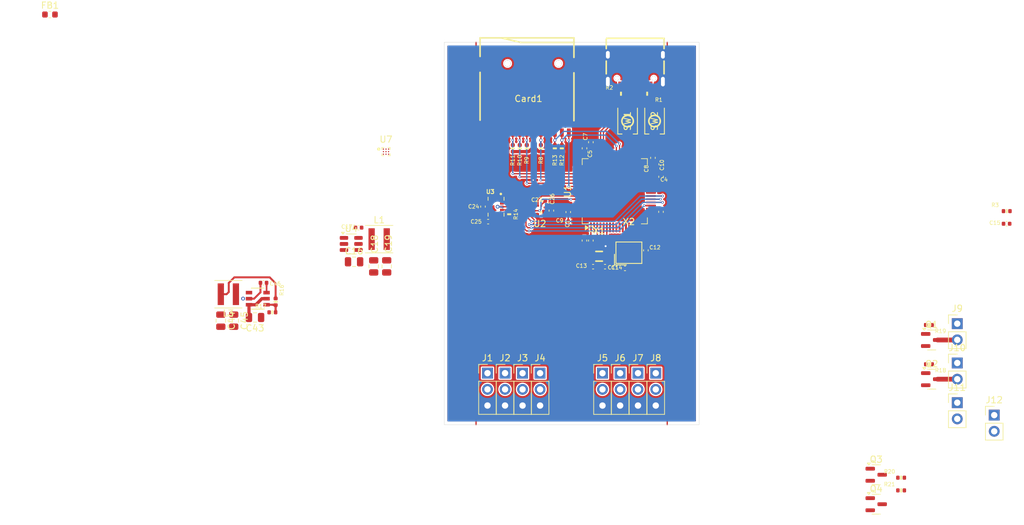
<source format=kicad_pcb>
(kicad_pcb (version 20241229) (generator "pcbnew") (generator_version "9.0")
  (layers (0 "F.Cu" signal) (4 "In1.Cu" signal) (6 "In2.Cu" signal) (2 "B.Cu" signal) (13 "F.Paste" user) (15 "B.Paste" user) (5 "F.SilkS" user "F.Silkscreen") (7 "B.SilkS" user "B.Silkscreen") (1 "F.Mask" user) (3 "B.Mask" user) (25 "Edge.Cuts" user))
  (net 0 "")
  (net 3 "HSE_IN")
  (net 4 "HSE_OUT")
  (net 9 "LSE_IN")
  (net 12 "LSE_OUT")
  (net 21 "RESET")
  (net 22 "BOOT")
  (net 30 "Net-(USB1-CC1)")
  (net 31 "GND")
  (net 32 "Net-(USB1-CC2)")
  (net 33 "USB_DN")
  (net 34 "VBUS")
  (net 35 "USB_DP")
  (net 36 "+3V3")
  (net 37 "Net-(U1-VCAP_1)")
  (net 38 "Net-(U1-VDDA)")
  (net 39 "VSYS")
  (net 40 "+5V")
  (net 41 "SD_CD")
  (net 42 "SD_DAT3")
  (net 43 "SD_CMD")
  (net 44 "SD_DAT0")
  (net 45 "SD_SCLK")
  (net 46 "SD_DAT2")
  (net 47 "SD_DAT1")
  (net 48 "IMU_SDO")
  (net 49 "IMU_INT1")
  (net 50 "IMU_INT2")
  (net 53 "IMU_SDA")
  (net 54 "IMU_CS")
  (net 55 "IMU_SCK")
  (net 56 "I2C_SDA")
  (net 57 "I2C_SCL")
  (net 58 "BARO_INT")
  (net 59 "Net-(U5-CB)")
  (net 60 "Net-(U5-SW)")
  (net 61 "Net-(U5-FB)")
  (net 62 "TVC_1")
  (net 63 "TVC_2")
  (net 64 "TVC_4")
  (net 65 "TVC_3")
  (net 66 "FIN_1")
  (net 67 "FIN_2")
  (net 68 "FIN_3")
  (net 69 "FIN_4")
  (net 70 "Net-(J9-Pin_2)")
  (net 71 "Net-(J10-Pin_2)")
  (net 72 "Net-(J11-Pin_2)")
  (net 73 "Net-(J12-Pin_2)")
  (net 74 "PYRO_1")
  (net 75 "PYRO_2")
  (net 76 "PYRO_3")
  (net 77 "PYRO_4")
  (net 80 "Net-(U4-SW)")
  (net 81 "Net-(U4-BST)")
  (footprint "A_HDJ_Library:C_0402_1005Metric" (layer "F.Cu") (at 160.24 115.205 180)
    (property "Reference" "C14")
    (property "Value" "6.8pF")
  )
  (footprint "A_HDJ_Library:C_0402_1005Metric" (layer "F.Cu") (at 157.02 96.635 -90)
    (property "Reference" "C7")
    (property "Value" "1uF")
  )
  (footprint "Package_TO_SOT_SMD:SOT-23" (layer "F.Cu") (at 211.492499 126.71)
    (property "Reference" "Q1")
    (property "Value" "IRLML0030")
  )
  (footprint "Connector_PinHeader_2.54mm:PinHeader_1x03_P2.54mm_Vertical" (layer "F.Cu") (at 165.41 131.92)
    (property "Reference" "J7")
    (property "Value" "Conn_01x03")
  )
  (footprint "A_HDJ_Library:C_0402_1005Metric" (layer "F.Cu") (at 163.37 115.475)
    (property "Reference" "C11")
    (property "Value" "20pF")
  )
  (footprint "Capacitor_SMD:C_0805_2012Metric" (layer "F.Cu") (at 125.98 115.159998 -90)
    (property "Reference" "C19")
    (property "Value" "22uF")
  )
  (footprint "Package_QFP:LQFP-64_10x10mm_P0.5mm" (layer "F.Cu") (at 161.77 103.37 90)
    (property "Reference" "U1")
    (property "Value" "STM32F722RETx")
  )
  (footprint "Connector_PinHeader_2.54mm:PinHeader_1x02_P2.54mm_Vertical" (layer "F.Cu") (at 215.51 130.32)
    (property "Reference" "J10")
    (property "Value" "Conn_01x02")
  )
  (footprint "Connector_PinHeader_2.54mm:PinHeader_1x03_P2.54mm_Vertical" (layer "F.Cu") (at 168.2 131.92)
    (property "Reference" "J8")
    (property "Value" "Conn_01x03")
  )
  (footprint "Connector_PinHeader_2.54mm:PinHeader_1x03_P2.54mm_Vertical" (layer "F.Cu") (at 141.795 131.915)
    (property "Reference" "J1")
    (property "Value" "Conn_01x03")
  )
  (footprint "A_HDJ_Library:R_0402_1005Metric" (layer "F.Cu") (at 166.849999 88.07 180)
    (property "Reference" "R1")
    (property "Value" "5.1K")
  )
  (footprint "LMR51430:SOT-23-THIN-6_DDC_TEX" (layer "F.Cu") (at 105.75 120.228974)
    (property "Reference" "U5" (hide yes))
    (property "Value" "LMR51430XFDDCR")
  )
  (footprint "A_HDJ_Library:R_0402_1005Metric" (layer "F.Cu") (at 147.96 96.639999 -90)
    (property "Reference" "R9")
    (property "Value" "10K")
  )
  (footprint "Connector_PinHeader_2.54mm:PinHeader_1x03_P2.54mm_Vertical" (layer "F.Cu") (at 159.84 131.92)
    (property "Reference" "J5")
    (property "Value" "Conn_01x03")
  )
  (footprint "A_HDJ_Library:C_0402_1005Metric" (layer "F.Cu") (at 167.76 98.13 90)
    (property "Reference" "C8")
    (property "Value" "1uF")
  )
  (footprint "A_HDJ_Library:C_0402_1005Metric" (layer "F.Cu") (at 169.02 106.6 -90)
    (property "Reference" "C3" (hide yes))
    (property "Value" "100nF")
  )
  (footprint "Connector_PinHeader_2.54mm:PinHeader_1x02_P2.54mm_Vertical" (layer "F.Cu") (at 215.51 124.15)
    (property "Reference" "J9")
    (property "Value" "Conn_01x02")
  )
  (footprint "A_HDJ_Library:R_0402_1005Metric" (layer "F.Cu") (at 223.27 106.489999)
    (property "Reference" "R3")
    (property "Value" "10K")
  )
  (footprint "A_HDJ_Library:C_0402_1005Metric" (layer "F.Cu") (at 169.04 99.14 90)
    (property "Reference" "C4")
    (property "Value" "100nF")
  )
  (footprint "Package_TO_SOT_SMD:SOT-23" (layer "F.Cu") (at 211.5 132.86)
    (property "Reference" "Q2")
    (property "Value" "IRLML0030")
  )
  (footprint "A_HDJ_Library:R_0402_1005Metric" (layer "F.Cu") (at 150.17 96.64 -90)
    (property "Reference" "R8")
    (property "Value" "10K")
  )
  (footprint "Capacitor_SMD:C_0805_2012Metric" (layer "F.Cu") (at 99.95 123.678976 -90)
    (property "Reference" "C44")
    (property "Value" "22uF")
  )
  (footprint "Connector_PinHeader_2.54mm:PinHeader_1x03_P2.54mm_Vertical" (layer "F.Cu") (at 147.3 131.92)
    (property "Reference" "J3")
    (property "Value" "Conn_01x03")
  )
  (footprint "A_HDJ_Library:R_0402_1005Metric" (layer "F.Cu") (at 206.7 150.31)
    (property "Reference" "R21")
    (property "Value" "470 Ohm")
  )
  (footprint "easyeda2kicad:USB-C-SMD_TYPE-C-6PIN-2MD-073" (layer "F.Cu") (at 165 84.34 180)
    (property "Reference" "USB1" (hide yes))
    (property "Value" "TYPE-C 16PIN 2MD(073)")
  )
  (footprint "A_HDJ_Library:R_0402_1005Metric" (layer "F.Cu") (at 211.07 130.52 180)
    (property "Reference" "R18")
    (property "Value" "470 Ohm")
  )
  (footprint "A_HDJ_Library:C_0402_1005Metric" (layer "F.Cu") (at 151.82 106.41 -90)
    (property "Reference" "C26")
    (property "Value" "100nF")
  )
  (footprint "A_HDJ_Library:R_0402_1005Metric" (layer "F.Cu") (at 153.46 96.639999 -90)
    (property "Reference" "R12")
    (property "Value" "10K")
  )
  (footprint "A_HDJ_Library:C_0402_1005Metric" (layer "F.Cu") (at 154.469999 106.639999 90)
    (property "Reference" "C1")
    (property "Value" "100nF")
  )
  (footprint "A_HDJ_Library:C_0402_1005Metric" (layer "F.Cu") (at 154.95 108.119999)
    (property "Reference" "C9")
    (property "Value" "10uF")
  )
  (footprint "Capacitor_SMD:C_0805_2012Metric" (layer "F.Cu") (at 120.86 114.44)
    (property "Reference" "C16")
    (property "Value" "10uF")
  )
  (footprint "Capacitor_SMD:C_0805_2012Metric" (layer "F.Cu") (at 101.98 123.678974 -90)
    (property "Reference" "C45")
    (property "Value" "22uF")
  )
  (footprint "A_HDJ_Library:R_0402_1005Metric" (layer "F.Cu") (at 152.36 96.639999 -90)
    (property "Reference" "R13")
    (property "Value" "10K")
  )
  (footprint "A_HDJ_Library:C_0402_1005Metric" (layer "F.Cu") (at 158.02 95.675 90)
    (property "Reference" "C5")
    (property "Value" "100nF")
  )
  (footprint "Inductor_SMD:L_0603_1608Metric" (layer "F.Cu") (at 73.14 75.64)
    (property "Reference" "FB1")
    (property "Value" "FCM1608KF-601T03")
  )
  (footprint "LSM6DSV16XTR:XDCR_LSM6DSV16XTR" (layer "F.Cu") (at 143.14 105.8 -90)
    (property "Reference" "U3")
    (property "Value" "LSM6DSV16XTR")
  )
  (footprint "Capacitor_SMD:C_0805_2012Metric" (layer "F.Cu") (at 105.32 123.178974 180)
    (property "Reference" "C43")
    (property "Value" "2.2uF")
  )
  (footprint "A_HDJ_Library:R_0402_1005Metric" (layer "F.Cu") (at 146.86 96.639999 -90)
    (property "Reference" "R10")
    (property "Value" "10K")
  )
  (footprint "easyeda2kicad:SW-SMD_L3.9-W3.0-P4.45" (layer "F.Cu") (at 168.01 92.36 90)
    (property "Reference" "SW2")
    (property "Value" "TS-1088-AR02016")
  )
  (footprint "Package_TO_SOT_SMD:SOT-23" (layer "F.Cu") (at 202.79 152.48)
    (property "Reference" "Q4")
    (property "Value" "IRLML0030")
  )
  (footprint "easyeda2kicad:SW-SMD_L3.9-W3.0-P4.45" (layer "F.Cu") (at 163.78 92.36 90)
    (property "Reference" "SW1")
    (property "Value" "TS-1088-AR02016")
  )
  (footprint "Package_TO_SOT_SMD:SOT-23" (layer "F.Cu") (at 202.79 147.855)
    (property "Reference" "Q3")
    (property "Value" "IRLML0030")
  )
  (footprint "A_HDJ_Library:R_0402_1005Metric" (layer "F.Cu") (at 145.2 106.979999 90)
    (property "Reference" "R14")
    (property "Value" "10K")
  )
  (footprint "A_HDJ_Library:R_0402_1005Metric" (layer "F.Cu") (at 206.7 148.32)
    (property "Reference" "R20")
    (property "Value" "470 Ohm")
  )
  (footprint "Connector_PinHeader_2.54mm:PinHeader_1x02_P2.54mm_Vertical" (layer "F.Cu") (at 221.31 138.5)
    (property "Reference" "J12")
    (property "Value" "Conn_01x02")
  )
  (footprint "A_HDJ_Library:C_0402_1005Metric" (layer "F.Cu") (at 223.25 108.469999)
    (property "Reference" "C15")
    (property "Value" "100nF")
  )
  (footprint "A_HDJ_Library:R_0402_1005Metric" (layer "F.Cu") (at 108.55 120.718975 -90)
    (property "Reference" "R16")
    (property "Value" "100K")
  )
  (footprint "A_HDJ_Library:C_0402_1005Metric" (layer "F.Cu") (at 157.01 111.11 -90)
    (property "Reference" "C6" (hide yes))
    (property "Value" "1uF")
  )
  (footprint "Package_TO_SOT_SMD:TSOT-23-6" (layer "F.Cu") (at 120.4125 111.64)
    (property "Reference" "U4")
    (property "Value" "AP63205WU")
  )
  (footprint "A_HDJ_Library:R_0402_1005Metric" (layer "F.Cu") (at 162.74 88.07)
    (property "Reference" "R2")
    (property "Value" "5.1K")
  )
  (footprint "A_HDJ_Library:C_0402_1005Metric" (layer "F.Cu") (at 158.37 115.205)
    (property "Reference" "C13")
    (property "Value" "6.8pF")
  )
  (footprint "Inductor_SMD:L_Coilcraft_XxL4020" (layer "F.Cu") (at 124.8 110.88)
    (property "Reference" "L1")
    (property "Value" "4.7uH")
  )
  (footprint "A_HDJ_Library:C_0402_1005Metric" (layer "F.Cu") (at 169.03 101.1 -90)
    (property "Reference" "C10")
    (property "Value" "2.2uF")
  )
  (footprint "BMM350 (1):BGA9C40P3X3_128X128X50" (layer "F.Cu") (at 125.87 97.16)
    (property "Reference" "U7")
    (property "Value" "BMM350")
  )
  (footprint "Connector_PinHeader_2.54mm:PinHeader_1x02_P2.54mm_Vertical" (layer "F.Cu") (at 215.51 136.55)
    (property "Reference" "J11")
    (property "Value" "Conn_01x02")
  )
  (footprint "Capacitor_SMD:C_0805_2012Metric" (layer "F.Cu") (at 123.94 115.159999 -90)
    (property "Reference" "C18")
    (property "Value" "22uF")
  )
  (footprint "Inductor_SMD:L_Coilcraft_XxL4020" (layer "F.Cu") (at 101.134999 119.528975 180)
    (property "Reference" "L3")
    (property "Value" "5.6uH")
  )
  (footprint "A_HDJ_Library:C_0402_1005Metric" (layer "F.Cu") (at 158.02 111.11 -90)
    (property "Reference" "C2")
    (property "Value" "100nF")
  )
  (footprint "A_HDJ_Library:R_0402_1005Metric" (layer "F.Cu") (at 211.059999 124.36 180)
    (property "Reference" "R19")
    (property "Value" "470 Ohm")
  )
  (footprint "A_HDJ_Library:C_0402_1005Metric" (layer "F.Cu") (at 106.65 117.728974 180)
    (property "Reference" "C46")
    (property "Value" "100nF")
  )
  (footprint "A_HDJ_Library:C_0402_1005Metric" (layer "F.Cu") (at 151.37 104.86)
    (property "Reference" "C27")
    (property "Value" "100nF")
  )
  (footprint "easyeda2kicad:FC-135R_L3.2-W1.5" (layer "F.Cu") (at 159.31 113.575)
    (property "Reference" "X1")
    (property "Value" "Q13FC1350000400")
  )
  (footprint "A_HDJ_Library:C_0402_1005Metric" (layer "F.Cu") (at 141.09 105.78 -90)
    (property "Reference" "C24")
    (property "Value" "100nF")
  )
  (footprint "easyeda2kicad:TF-SMD_TF-01A" (layer "F.Cu") (at 148 88.8875 180)
    (property "Reference" "Card1")
    (property "Value" "TF-01A")
  )
  (footprint "Connector_PinHeader_2.54mm:PinHeader_1x03_P2.54mm_Vertical" (layer "F.Cu") (at 150.05 131.92)
    (property "Reference" "J4")
    (property "Value" "Conn_01x03")
  )
  (footprint "easyeda2kicad:LGA-10_L2.0-W2.0-P0.50-TL_BMP580" (layer "F.Cu") (at 149.98 106.43 -90)
    (property "Reference" "U2")
    (property "Value" "BMP580")
  )
  (footprint "A_HDJ_Library:R_0402_1005Metric" (layer "F.Cu") (at 145.76 96.639999 -90)
    (property "Reference" "R11")
    (property "Value" "10K")
  )
  (footprint "A_HDJ_Library:C_0402_1005Metric" (layer "F.Cu") (at 166.65 112.645 -90)
    (property "Reference" "C12")
    (property "Value" "20pF")
  )
  (footprint "Connector_PinHeader_2.54mm:PinHeader_1x03_P2.54mm_Vertical" (layer "F.Cu") (at 162.61 131.92)
    (property "Reference" "J6")
    (property "Value" "Conn_01x03")
  )
  (footprint "A_HDJ_Library:C_0402_1005Metric" (layer "F.Cu") (at 121.56 109.08)
    (property "Reference" "C17")
    (property "Value" "100nF")
  )
  (footprint "easyeda2kicad:CRYSTAL-SMD_4P-L3.2-W2.5-BL" (layer "F.Cu") (at 163.98 113.015)
    (property "Reference" "X2")
    (property "Value" "X322525MOB4SI")
  )
  (footprint "A_HDJ_Library:R_0402_1005Metric" (layer "F.Cu") (at 108.04 122.368974)
    (property "Reference" "R17")
    (property "Value" "22.1K")
  )
  (footprint "Connector_PinHeader_2.54mm:PinHeader_1x03_P2.54mm_Vertical" (layer "F.Cu") (at 144.55 131.915)
    (property "Reference" "J2")
    (property "Value" "Conn_01x03")
  )
  (footprint "A_HDJ_Library:C_0402_1005Metric" (layer "F.Cu") (at 141.9 108.14 180)
    (property "Reference" "C25")
    (property "Value" "100nF")
  )
  (gr_line (start 170 80) (end 170 140) (stroke (width 0.2)) (layer "F.Cu") (net 31))
  (gr_line (start 140 80) (end 140 140) (stroke (width 0.2)) (layer "F.Cu") (net 31))
  (gr_rect (start 135 80) (end 175 140) (stroke (width 0.05)) (fill no) (layer "Edge.Cuts"))
  (segment (start 161.59 112.205) (end 161.59 113.005) (width 0.2) (layer "F.Cu") (net 3))
  (segment (start 160.02 109.045) (end 160.02 110.635) (width 0.2) (layer "F.Cu") (net 3))
  (segment (start 162.45 113.865) (end 162.88 113.865) (width 0.2) (layer "F.Cu") (net 3))
  (segment (start 162.89 115.475) (end 162.89 113.875) (width 0.2) (layer "F.Cu") (net 3))
  (segment (start 160.02 110.635) (end 161.59 112.205) (width 0.2) (layer "F.Cu") (net 3))
  (segment (start 162.89 113.875) (end 162.88 113.865) (width 0.2) (layer "F.Cu") (net 3))
  (segment (start 161.59 113.005) (end 162.45 113.865) (width 0.2) (layer "F.Cu") (net 3))
  (segment (start 166.65 112.165) (end 165.08 112.165) (width 0.2) (layer "F.Cu") (net 4))
  (segment (start 160.520001 109.045) (end 160.520001 110.435001) (width 0.2) (layer "F.Cu") (net 4))
  (segment (start 164.04 111.125) (end 165.08 112.165) (width 0.2) (layer "F.Cu") (net 4))
  (segment (start 161.21 111.125) (end 164.04 111.125) (width 0.2) (layer "F.Cu") (net 4))
  (segment (start 160.520001 110.435001) (end 161.21 111.125) (width 0.2) (layer "F.Cu") (net 4))
  (segment (start 158.06 115.035) (end 157.89 115.205) (width 0.2) (layer "F.Cu") (net 9))
  (segment (start 158.06 113.495) (end 158.06 113.575) (width 0.2) (layer "F.Cu") (net 9))
  (segment (start 158.06 113.575) (end 158.06 115.035) (width 0.2) (layer "F.Cu") (net 9))
  (segment (start 159.02 109.045) (end 159.02 112.535) (width 0.2) (layer "F.Cu") (net 9))
  (segment (start 159.02 112.535) (end 158.06 113.495) (width 0.2) (layer "F.Cu") (net 9))
  (segment (start 160.56 115.045) (end 160.72 115.205) (width 0.2) (layer "F.Cu") (net 12))
  (segment (start 160.56 113.575) (end 159.52 112.535) (width 0.2) (layer "F.Cu") (net 12))
  (segment (start 159.52 112.535) (end 159.52 109.045) (width 0.2) (layer "F.Cu") (net 12))
  (segment (start 160.56 113.575) (end 160.56 115.045) (width 0.2) (layer "F.Cu") (net 12))
  (segment (start 166.25 87.98) (end 166.25 86.720001) (width 0.2) (layer "F.Cu") (net 30))
  (segment (start 166.34 88.07) (end 166.25 87.98) (width 0.2) (layer "F.Cu") (net 30))
  (segment (start 142.2275 105.8) (end 142.2275 106.299999) (width 0.2) (layer "F.Cu") (net 31))
  (segment (start 148.970001 101.62) (end 148.97 101.620001) (width 0.2) (layer "F.Cu") (net 31))
  (via (at 160.33 111.985) (size 0.5) (drill 0.3) (layers "F.Cu" "B.Cu") (net 31))
  (via (at 148.97 101.620001) (size 0.4) (drill 0.2) (layers "F.Cu" "B.Cu") (net 31))
  (segment (start 163.25 88.07) (end 163.25 86.72) (width 0.2) (layer "F.Cu") (net 32))
  (segment (start 165.725 91.715) (end 165.725 87.570001) (width 0.2) (layer "F.Cu") (net 33))
  (segment (start 165.725 87.570001) (end 165.75 87.545001) (width 0.2) (layer "F.Cu") (net 33))
  (segment (start 159.995 94.133198) (end 161.105816 93.022382) (width 0.2) (layer "F.Cu") (net 33))
  (segment (start 164.417618 93.022382) (end 165.725 91.715) (width 0.2) (layer "F.Cu") (net 33))
  (segment (start 161.105816 93.022382) (end 164.417618 93.022382) (width 0.2) (layer "F.Cu") (net 33))
  (segment (start 160.02 96.532499) (end 159.995 96.507499) (width 0.2) (layer "F.Cu") (net 33))
  (segment (start 160.02 97.695) (end 160.02 96.532499) (width 0.2) (layer "F.Cu") (net 33))
  (segment (start 159.995 96.507499) (end 159.995 94.133198) (width 0.2) (layer "F.Cu") (net 33))
  (segment (start 165.75 87.545001) (end 165.75 86.72) (width 0.2) (layer "F.Cu") (net 33))
  (segment (start 159.52 96.532499) (end 159.545 96.507499) (width 0.2) (layer "F.Cu") (net 35))
  (segment (start 159.545 93.946802) (end 160.91942 92.572382) (width 0.2) (layer "F.Cu") (net 35))
  (segment (start 159.52 97.695) (end 159.52 96.532499) (width 0.2) (layer "F.Cu") (net 35))
  (segment (start 165.275 87.570001) (end 165.25 87.545001) (width 0.2) (layer "F.Cu") (net 35))
  (segment (start 159.545 96.507499) (end 159.545 93.946802) (width 0.2) (layer "F.Cu") (net 35))
  (segment (start 160.91942 92.572382) (end 164.231224 92.572382) (width 0.2) (layer "F.Cu") (net 35))
  (segment (start 165.275 91.528606) (end 165.275 87.570001) (width 0.2) (layer "F.Cu") (net 35))
  (segment (start 164.231224 92.572382) (end 165.275 91.528606) (width 0.2) (layer "F.Cu") (net 35))
  (segment (start 165.25 87.545001) (end 165.25 86.72) (width 0.2) (layer "F.Cu") (net 35))
  (segment (start 101.194899 117.762074) (end 102.077999 116.878975) (width 0.3) (layer "F.Cu") (net 36))
  (segment (start 168.03 98.61) (end 169.04 99.62) (width 0.2) (layer "F.Cu") (net 36))
  (segment (start 154.47 107.12) (end 156.095 107.119999) (width 0.2) (layer "F.Cu") (net 36))
  (segment (start 150.23 105.52) (end 150.89 104.86) (width 0.2) (layer "F.Cu") (net 36))
  (segment (start 167.76 98.61) (end 168.03 98.61) (width 0.2) (layer "F.Cu") (net 36))
  (segment (start 149.06 96.369997) (end 148.279999 97.149998) (width 0.5) (layer "F.Cu") (net 36))
  (segment (start 149.840002 97.149999) (end 150.17 97.149999) (width 0.5) (layer "F.Cu") (net 36))
  (segment (start 167.444999 106.119999) (end 169.02 106.119999) (width 0.2) (layer "F.Cu") (net 36))
  (segment (start 150.17 97.149999) (end 152.36 97.149998) (width 0.5) (layer "F.Cu") (net 36))
  (segment (start 157.02 96.155) (end 158.02 96.155) (width 0.2) (layer "F.Cu") (net 36))
  (segment (start 99.949998 119.528974) (end 100.8549 119.528974) (width 0.3) (layer "F.Cu") (net 36))
  (segment (start 142.39 108.13) (end 142.38 108.14) (width 0.2) (layer "F.Cu") (net 36))
  (segment (start 107.614899 116.878975) (end 108.549999 117.814075) (width 0.3) (layer "F.Cu") (net 36))
  (segment (start 169.04 99.62) (end 167.445 99.620001) (width 0.2) (layer "F.Cu") (net 36))
  (segment (start 152.36 97.149998) (end 153.46 97.149998) (width 0.5) (layer "F.Cu") (net 36))
  (segment (start 154.47 107.12) (end 154.469999 108.119999) (width 0.2) (layer "F.Cu") (net 36))
  (segment (start 108.549999 117.814075) (end 108.549999 120.208976) (width 0.3) (layer "F.Cu") (net 36))
  (segment (start 158.020001 97.695) (end 158.02 96.155) (width 0.2) (layer "F.Cu") (net 36))
  (segment (start 101.194899 119.188975) (end 101.194899 117.762074) (width 0.3) (layer "F.Cu") (net 36))
  (segment (start 150.24 105.64) (end 150.23 105.65) (width 0.2) (layer "F.Cu") (net 36))
  (segment (start 158.02 110.63) (end 158.02 109.044999) (width 0.2) (layer "F.Cu") (net 36))
  (segment (start 142.2275 105.3) (end 141.09 105.3) (width 0.2) (layer "F.Cu") (net 36))
  (segment (start 100.8549 119.528974) (end 101.194899 119.188975) (width 0.3) (layer "F.Cu") (net 36))
  (segment (start 102.077999 116.878975) (end 107.614899 116.878975) (width 0.3) (layer "F.Cu") (net 36))
  (segment (start 151.82 105.93) (end 150.76 105.93) (width 0.2) (layer "F.Cu") (net 36))
  (segment (start 142.39 106.962501) (end 142.39 108.13) (width 0.2) (layer "F.Cu") (net 36))
  (segment (start 148.279999 97.149998) (end 147.96 97.149998) (width 0.5) (layer "F.Cu") (net 36))
  (segment (start 150.23 105.65) (end 150.23 105.52) (width 0.2) (layer "F.Cu") (net 36))
  (segment (start 157.01 110.63) (end 158.02 110.63) (width 0.2) (layer "F.Cu") (net 36))
  (segment (start 149.06 96.369997) (end 149.840002 97.149999) (width 0.5) (layer "F.Cu") (net 36))
  (segment (start 145.76 97.149998) (end 147.96 97.149998) (width 0.5) (layer "F.Cu") (net 36))
  (segment (start 149.06 94.1675) (end 149.06 96.369997) (width 0.5) (layer "F.Cu") (net 36))
  (segment (start 167.445 100.62) (end 169.03 100.62) (width 0.2) (layer "F.Cu") (net 37))
  (segment (start 104.37 121.181025) (end 104.37205 121.178975) (width 0.5) (layer "F.Cu") (net 39))
  (segment (start 105.4449 121.178975) (end 106.3949 120.228975) (width 0.5) (layer "F.Cu") (net 39))
  (segment (start 104.37 123.178975) (end 104.37 121.181025) (width 0.5) (layer "F.Cu") (net 39))
  (segment (start 104.37205 121.178975) (end 105.4449 121.178975) (width 0.5) (layer "F.Cu") (net 39))
  (segment (start 106.3949 120.228975) (end 107.127949 120.228975) (width 0.5) (layer "F.Cu") (net 39))
  (segment (start 156.095 102.62) (end 154.560001 102.62) (width 0.2) (layer "F.Cu") (net 41))
  (segment (start 154.56 94.1675) (end 154.56 95.34) (width 0.2) (layer "F.Cu") (net 41))
  (segment (start 154.560001 102.62) (end 154.56 102.620001) (width 0.2) (layer "F.Cu") (net 41))
  (via (at 154.56 95.34) (size 0.4) (drill 0.2) (layers "F.Cu" "B.Cu") (net 41))
  (via (at 154.56 102.620001) (size 0.4) (drill 0.2) (layers "F.Cu" "B.Cu") (net 41))
  (segment (start 154.56 102.620001) (end 154.56 95.34) (width 0.2) (layer "B.Cu") (net 41))
  (segment (start 156.095 101.12) (end 146.86 101.12) (width 0.2) (layer "F.Cu") (net 42))
  (segment (start 146.86 96.13) (end 146.86 95.36) (width 0.2) (layer "F.Cu") (net 42))
  (segment (start 146.86 95.36) (end 146.86 94.1675) (width 0.2) (layer "F.Cu") (net 42))
  (via (at 146.86 95.36) (size 0.4) (drill 0.2) (layers "F.Cu" "B.Cu") (net 42))
  (via (at 146.86 101.12) (size 0.4) (drill 0.2) (layers "F.Cu" "B.Cu") (net 42))
  (segment (start 146.86 101.12) (end 146.86 95.36) (width 0.2) (layer "B.Cu") (net 42))
  (segment (start 147.96 95.36) (end 147.96 94.1675) (width 0.2) (layer "F.Cu") (net 43))
  (segment (start 147.96 96.13) (end 147.96 95.36) (width 0.2) (layer "F.Cu") (net 43))
  (segment (start 147.990001 102.120001) (end 156.095 102.120001) (width 0.2) (layer "F.Cu") (net 43))
  (via (at 147.96 95.36) (size 0.4) (drill 0.2) (layers "F.Cu" "B.Cu") (net 43))
  (via (at 147.990001 102.120001) (size 0.4) (drill 0.2) (layers "F.Cu" "B.Cu") (net 43))
  (segment (start 147.96 102.09) (end 147.96 95.36) (width 0.2) (layer "B.Cu") (net 43))
  (segment (start 147.990001 102.120001) (end 147.96 102.09) (width 0.2) (layer "B.Cu") (net 43))
  (segment (start 162.52 97.695) (end 162.52 95.947946) (width 0.2) (layer "F.Cu") (net 44))
  (segment (start 152.36 96.13) (end 152.36 95.36) (width 0.2) (layer "F.Cu") (net 44))
  (segment (start 152.36 95.36) (end 152.36 94.1675) (width 0.2) (layer "F.Cu") (net 44))
  (segment (start 162.52 95.947946) (end 162.519232 95.947178) (width 0.2) (layer "F.Cu") (net 44))
  (via (at 162.519232 95.947178) (size 0.4) (drill 0.2) (layers "F.Cu" "B.Cu") (net 44))
  (via (at 152.36 95.36) (size 0.5) (drill 0.3) (layers "F.Cu" "B.Cu") (net 44))
  (segment (start 162.519232 95.947178) (end 160.552054 93.98) (width 0.2) (layer "B.Cu") (net 44))
  (segment (start 160.552054 93.98) (end 153.74 93.98) (width 0.2) (layer "B.Cu") (net 44))
  (segment (start 153.74 93.98) (end 152.36 95.36) (width 0.2) (layer "B.Cu") (net 44))
  (segment (start 150.17 95.36) (end 150.17 94.1775) (width 0.2) (layer "F.Cu") (net 45))
  (segment (start 150.17 96.130001) (end 150.17 95.36) (width 0.2) (layer "F.Cu") (net 45))
  (segment (start 156.095 101.62) (end 150.16 101.62) (width 0.2) (layer "F.Cu") (net 45))
  (segment (start 150.17 94.1775) (end 150.16 94.1675) (width 0.2) (layer "F.Cu") (net 45))
  (via (at 150.17 95.36) (size 0.5) (drill 0.3) (layers "F.Cu" "B.Cu") (net 45))
  (via (at 150.16 101.62) (size 0.4) (drill 0.2) (layers "F.Cu" "B.Cu") (net 45))
  (segment (start 150.16 95.37) (end 150.17 95.36) (width 0.2) (layer "B.Cu") (net 45))
  (segment (start 150.16 101.62) (end 150.16 95.37) (width 0.2) (layer "B.Cu") (net 45))
  (segment (start 145.76 96.13) (end 145.76 95.36) (width 0.2) (layer "F.Cu") (net 46))
  (segment (start 156.095 100.62) (end 145.77 100.62) (width 0.2) (layer "F.Cu") (net 46))
  (segment (start 145.76 95.36) (end 145.76 94.1675) (width 0.2) (layer "F.Cu") (net 46))
  (via (at 145.76 95.36) (size 0.4) (drill 0.2) (layers "F.Cu" "B.Cu") (net 46))
  (via (at 145.77 100.62) (size 0.4) (drill 0.2) (layers "F.Cu" "B.Cu") (net 46))
  (segment (start 145.77 100.62) (end 145.76 100.61) (width 0.2) (layer "B.Cu") (net 46))
  (segment (start 145.76 100.61) (end 145.76 95.36) (width 0.2) (layer "B.Cu") (net 46))
  (segment (start 153.46 96.13) (end 153.46 95.36) (width 0.2) (layer "F.Cu") (net 47))
  (segment (start 162.02 97.695) (end 162.02 96.28) (width 0.2) (layer "F.Cu") (net 47))
  (segment (start 153.46 95.36) (end 153.46 94.1675) (width 0.2) (layer "F.Cu") (net 47))
  (via (at 153.46 95.36) (size 0.5) (drill 0.3) (layers "F.Cu" "B.Cu") (net 47))
  (via (at 162.02 96.28) (size 0.4) (drill 0.2) (layers "F.Cu" "B.Cu") (net 47))
  (segment (start 154.26 94.56) (end 153.46 95.36) (width 0.2) (layer "B.Cu") (net 47))
  (segment (start 162.02 96.28) (end 160.3 94.56) (width 0.2) (layer "B.Cu") (net 47))
  (segment (start 160.3 94.56) (end 154.26 94.56) (width 0.2) (layer "B.Cu") (net 47))
  (segment (start 144.052501 104.8) (end 146.078521 104.8) (width 0.2) (layer "F.Cu") (net 48))
  (segment (start 146.078521 104.8) (end 149.171 107.892479) (width 0.2) (layer "F.Cu") (net 48))
  (segment (start 148.338946 108.601) (end 148.337178 108.599232) (width 0.2) (layer "F.Cu") (net 48))
  (segment (start 143.89 104.637499) (end 144.052501 104.8) (width 0.2) (layer "F.Cu") (net 48))
  (segment (start 149.171 107.892479) (end 149.171 108.307521) (width 0.2) (layer "F.Cu") (net 48))
  (segment (start 167.445 104.619999) (end 168.937179 104.62) (width 0.2) (layer "F.Cu") (net 48))
  (segment (start 148.877521 108.601) (end 148.338946 108.601) (width 0.2) (layer "F.Cu") (net 48))
  (segment (start 149.171 108.307521) (end 148.877521 108.601) (width 0.2) (layer "F.Cu") (net 48))
  (via (at 168.937179 104.62) (size 0.4) (drill 0.2) (layers "F.Cu" "B.Cu") (net 48))
  (via (at 148.337178 108.599232) (size 0.4) (drill 0.2) (layers "F.Cu" "B.Cu") (net 48))
  (segment (start 148.337946 108.6) (end 148.337178 108.599232) (width 0.2) (layer "B.Cu") (net 48))
  (segment (start 165.96 104.62) (end 165.67 104.91) (width 0.2) (layer "B.Cu") (net 48))
  (segment (start 161.98 108.6) (end 161.55 108.6) (width 0.2) (layer "B.Cu") (net 48))
  (segment (start 161.55 108.6) (end 161.41 108.6) (width 0.2) (layer "B.Cu") (net 48))
  (segment (start 165.67 104.91) (end 161.98 108.6) (width 0.2) (layer "B.Cu") (net 48))
  (segment (start 168.937179 104.62) (end 165.96 104.62) (width 0.2) (layer "B.Cu") (net 48))
  (segment (start 161.55 108.6) (end 148.337946 108.6) (width 0.2) (layer "B.Cu") (net 48))
  (segment (start 167.445 104.12) (end 169.27 104.12) (width 0.2) (layer "F.Cu") (net 53))
  (segment (start 145.870001 105.300001) (end 144.0525 105.300001) (width 0.2) (layer "F.Cu") (net 53))
  (segment (start 148.67 108.1) (end 145.870001 105.300001) (width 0.2) (layer "F.Cu") (net 53))
  (via (at 169.27 104.12) (size 0.4) (drill 0.2) (layers "F.Cu" "B.Cu") (net 53))
  (via (at 148.67 108.1) (size 0.4) (drill 0.2) (layers "F.Cu" "B.Cu") (net 53))
  (segment (start 169.27 104.12) (end 165.74 104.12) (width 0.2) (layer "B.Cu") (net 53))
  (segment (start 161.76 108.1) (end 148.67 108.1) (width 0.2) (layer "B.Cu") (net 53))
  (segment (start 165.74 104.12) (end 161.76 108.1) (width 0.2) (layer "B.Cu") (net 53))
  (segment (start 148.315755 109.603102) (end 147.923102 109.603102) (width 0.2) (layer "F.Cu") (net 54))
  (segment (start 166.377521 105.62) (end 166.377314 105.619793) (width 0.2) (layer "F.Cu") (net 54))
  (segment (start 167.445 105.62) (end 166.377521 105.62) (width 0.2) (layer "F.Cu") (net 54))
  (segment (start 144.0525 106.299999) (end 145.029999 106.299999) (width 0.2) (layer "F.Cu") (net 54))
  (segment (start 147.34 109.02) (end 147.34 108.2) (width 0.2) (layer "F.Cu") (net 54))
  (segment (start 147.923102 109.603102) (end 147.34 109.02) (width 0.2) (layer "F.Cu") (net 54))
  (segment (start 145.61 106.47) (end 145.2 106.47) (width 0.2) (layer "F.Cu") (net 54))
  (segment (start 147.34 108.2) (end 145.61 106.47) (width 0.2) (layer "F.Cu") (net 54))
  (segment (start 145.029999 106.299999) (end 145.2 106.47) (width 0.2) (layer "F.Cu") (net 54))
  (via (at 166.377314 105.619793) (size 0.4) (drill 0.2) (layers "F.Cu" "B.Cu") (net 54))
  (via (at 148.315755 109.603102) (size 0.4) (drill 0.2) (layers "F.Cu" "B.Cu") (net 54))
  (segment (start 162.394005 109.603102) (end 148.315755 109.603102) (width 0.2) (layer "B.Cu") (net 54))
  (segment (start 166.377314 105.619793) (end 162.394005 109.603102) (width 0.2) (layer "B.Cu") (net 54))
  (segment (start 144.0525 105.8) (end 143.385068 105.8) (width 0.2) (layer "F.Cu") (net 55))
  (segment (start 167.445 105.12) (end 169.269088 105.12) (width 0.2) (layer "F.Cu") (net 55))
  (segment (start 143.385068 105.8) (end 143.38481 105.799742) (width 0.2) (layer "F.Cu") (net 55))
  (segment (start 169.269088 105.12) (end 169.269568 105.11952) (width 0.2) (layer "F.Cu") (net 55))
  (segment (start 148.132527 109.103102) (end 148.662935 109.103102) (width 0.2) (layer "F.Cu") (net 55))
  (segment (start 147.836178 107.99584) (end 147.836178 108.806753) (width 0.2) (layer "F.Cu") (net 55))
  (segment (start 147.836178 108.806753) (end 148.132527 109.103102) (width 0.2) (layer "F.Cu") (net 55))
  (segment (start 145.640338 105.8) (end 147.836178 107.99584) (width 0.2) (layer "F.Cu") (net 55))
  (segment (start 144.0525 105.8) (end 145.640338 105.8) (width 0.2) (layer "F.Cu") (net 55))
  (via (at 169.269568 105.11952) (size 0.4) (drill 0.2) (layers "F.Cu" "B.Cu") (net 55))
  (via (at 148.662935 109.103102) (size 0.4) (drill 0.2) (layers "F.Cu" "B.Cu") (net 55))
  (via (at 143.38481 105.799742) (size 0.6) (drill 0.3) (layers "F.Cu" "B.Cu") (net 55))
  (segment (start 161.1 109.09) (end 161.086898 109.103102) (width 0.2) (layer "B.Cu") (net 55))
  (segment (start 144.18 105.97) (end 144.009742 105.799742) (width 0.2) (layer "B.Cu") (net 55))
  (segment (start 169.269568 105.11952) (end 166.17048 105.11952) (width 0.2) (layer "B.Cu") (net 55))
  (segment (start 166.17048 105.11952) (end 165.97 105.32) (width 0.2) (layer "B.Cu") (net 55))
  (segment (start 162.2 109.09) (end 161.1 109.09) (width 0.2) (layer "B.Cu") (net 55))
  (segment (start 165.97 105.32) (end 162.2 109.09) (width 0.2) (layer "B.Cu") (net 55))
  (segment (start 144.009742 105.799742) (end 143.38481 105.799742) (width 0.2) (layer "B.Cu") (net 55))
  (segment (start 161.086898 109.103102) (end 148.662935 109.103102) (width 0.2) (layer "B.Cu") (net 55))
  (segment (start 169.269568 105.11952) (end 169.269088 105.12) (width 0.2) (layer "B.Cu") (net 55))
  (segment (start 156.095 104.619999) (end 154.893077 104.62) (width 0.2) (layer "F.Cu") (net 56))
  (segment (start 149.2 106.43) (end 149.96 106.43) (width 0.2) (layer "F.Cu") (net 56))
  (via (at 154.893077 104.62) (size 0.4) (drill 0.2) (layers "F.Cu" "B.Cu") (net 56))
  (via (at 149.96 106.43) (size 0.4) (drill 0.2) (layers "F.Cu" "B.Cu") (net 56))
  (segment (start 150.19 104.9) (end 150.19 106.2) (width 0.2) (layer "B.Cu") (net 56))
  (segment (start 150.47 104.62) (end 150.19 104.9) (width 0.2) (layer "B.Cu") (net 56))
  (segment (start 154.893077 104.62) (end 150.47 104.62) (width 0.2) (layer "B.Cu") (net 56))
  (segment (start 150.19 106.2) (end 149.96 106.43) (width 0.2) (layer "B.Cu") (net 56))
  (segment (start 156.095 104.12) (end 150.3 104.12) (width 0.2) (layer "F.Cu") (net 57))
  (segment (start 149.73 104.69) (end 149.73 105.65) (width 0.2) (layer "F.Cu") (net 57))
  (segment (start 150.3 104.12) (end 149.73 104.69) (width 0.2) (layer "F.Cu") (net 57))
  (segment (start 107.13 119.276924) (end 107.12795 119.278973) (width 0.25) (layer "F.Cu") (net 59))
  (segment (start 107.129999 117.728975) (end 107.13 119.276924) (width 0.25) (layer "F.Cu") (net 59))
  (segment (start 104.37205 120.228974) (end 105.173699 120.228975) (width 0.3) (layer "F.Cu") (net 60))
  (segment (start 105.173699 120.228975) (end 106.169999 119.232675) (width 0.3) (layer "F.Cu") (net 60))
  (segment (start 106.169999 119.232675) (end 106.169999 117.728975) (width 0.3) (layer "F.Cu") (net 60))
  (via (at 103.4449 120.218976) (size 0.6) (drill 0.3) (layers "F.Cu" "B.Cu") (net 60))
  (segment (start 108.549999 122.368974) (end 108.55 121.228975) (width 0.3) (layer "F.Cu") (net 61))
  (segment (start 108.5 121.178975) (end 108.55 121.228975) (width 0.3) (layer "F.Cu") (net 61))
  (segment (start 107.12795 121.178975) (end 108.5 121.178975) (width 0.3) (layer "F.Cu") (net 61))
  (segment (start 215.49 126.71) (end 215.51 126.69) (width 0.75) (layer "F.Cu") (net 70))
  (segment (start 212.43 126.71) (end 215.49 126.71) (width 0.75) (layer "F.Cu") (net 70))
  (segment (start 212.4375 132.86) (end 215.51 132.86) (width 0.75) (layer "F.Cu") (net 71))
  (zone (net 31) (net_name "GND") (layer "F.Cu") (connect_pads yes (clearance 0.2)) (min_thickness 0.25) (fill yes (thermal_gap 0.5) (thermal_bridge_width 0.5) (island_removal_mode 1) (island_area_min 10))
    (polygon (pts (xy 135 80) (xy 175 80) (xy 175 140) (xy 135 140)))
  )
  (zone (net 31) (net_name "GND") (layer "B.Cu") (priority 1) (connect_pads yes (clearance 0.5)) (min_thickness 0.25) (fill yes (thermal_gap 0.5) (thermal_bridge_width 0.5))
    (polygon (pts (xy 135 80) (xy 175 80) (xy 175 140) (xy 135 140)))
  )
)
</source>
